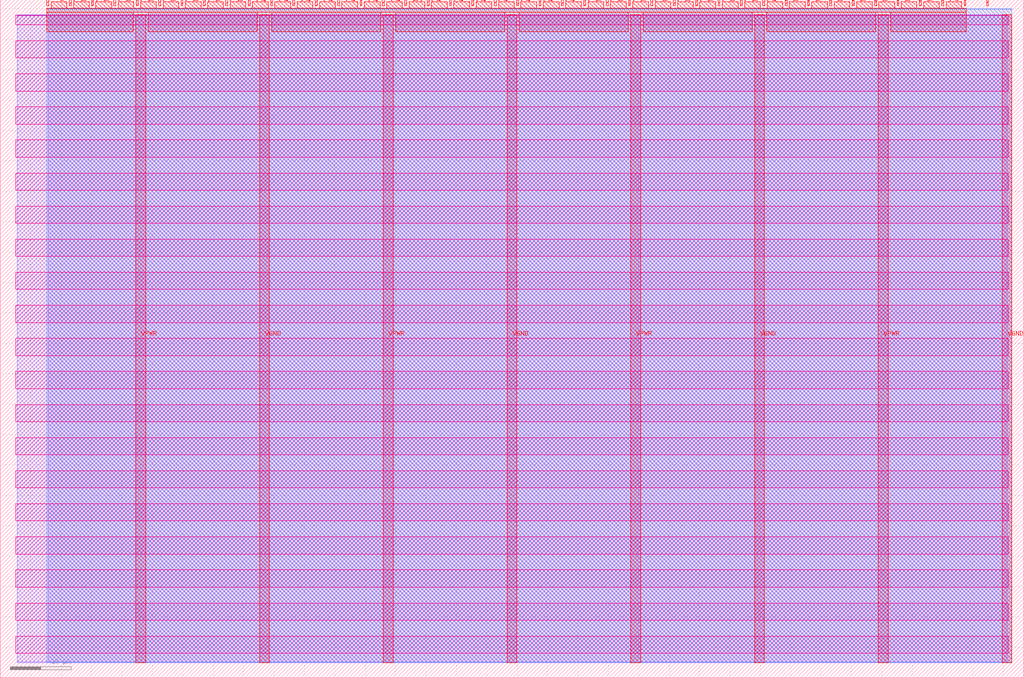
<source format=lef>
VERSION 5.7 ;
  NOWIREEXTENSIONATPIN ON ;
  DIVIDERCHAR "/" ;
  BUSBITCHARS "[]" ;
MACRO tt_um_wokwi_369864099838656513
  CLASS BLOCK ;
  FOREIGN tt_um_wokwi_369864099838656513 ;
  ORIGIN 0.000 0.000 ;
  SIZE 168.360 BY 111.520 ;
  PIN VGND
    DIRECTION INOUT ;
    USE GROUND ;
    PORT
      LAYER met4 ;
        RECT 42.670 2.480 44.270 109.040 ;
    END
    PORT
      LAYER met4 ;
        RECT 83.380 2.480 84.980 109.040 ;
    END
    PORT
      LAYER met4 ;
        RECT 124.090 2.480 125.690 109.040 ;
    END
    PORT
      LAYER met4 ;
        RECT 164.800 2.480 166.400 109.040 ;
    END
  END VGND
  PIN VPWR
    DIRECTION INOUT ;
    USE POWER ;
    PORT
      LAYER met4 ;
        RECT 22.315 2.480 23.915 109.040 ;
    END
    PORT
      LAYER met4 ;
        RECT 63.025 2.480 64.625 109.040 ;
    END
    PORT
      LAYER met4 ;
        RECT 103.735 2.480 105.335 109.040 ;
    END
    PORT
      LAYER met4 ;
        RECT 144.445 2.480 146.045 109.040 ;
    END
  END VPWR
  PIN clk
    DIRECTION INPUT ;
    USE SIGNAL ;
    ANTENNAGATEAREA 0.852000 ;
    PORT
      LAYER met4 ;
        RECT 158.550 110.520 158.850 111.520 ;
    END
  END clk
  PIN ena
    DIRECTION INPUT ;
    USE SIGNAL ;
    PORT
      LAYER met4 ;
        RECT 162.230 110.520 162.530 111.520 ;
    END
  END ena
  PIN rst_n
    DIRECTION INPUT ;
    USE SIGNAL ;
    PORT
      LAYER met4 ;
        RECT 154.870 110.520 155.170 111.520 ;
    END
  END rst_n
  PIN ui_in[0]
    DIRECTION INPUT ;
    USE SIGNAL ;
    ANTENNAGATEAREA 0.196500 ;
    PORT
      LAYER met4 ;
        RECT 151.190 110.520 151.490 111.520 ;
    END
  END ui_in[0]
  PIN ui_in[1]
    DIRECTION INPUT ;
    USE SIGNAL ;
    ANTENNAGATEAREA 0.196500 ;
    PORT
      LAYER met4 ;
        RECT 147.510 110.520 147.810 111.520 ;
    END
  END ui_in[1]
  PIN ui_in[2]
    DIRECTION INPUT ;
    USE SIGNAL ;
    ANTENNAGATEAREA 0.196500 ;
    PORT
      LAYER met4 ;
        RECT 143.830 110.520 144.130 111.520 ;
    END
  END ui_in[2]
  PIN ui_in[3]
    DIRECTION INPUT ;
    USE SIGNAL ;
    ANTENNAGATEAREA 0.196500 ;
    PORT
      LAYER met4 ;
        RECT 140.150 110.520 140.450 111.520 ;
    END
  END ui_in[3]
  PIN ui_in[4]
    DIRECTION INPUT ;
    USE SIGNAL ;
    ANTENNAGATEAREA 0.213000 ;
    PORT
      LAYER met4 ;
        RECT 136.470 110.520 136.770 111.520 ;
    END
  END ui_in[4]
  PIN ui_in[5]
    DIRECTION INPUT ;
    USE SIGNAL ;
    ANTENNAGATEAREA 0.213000 ;
    PORT
      LAYER met4 ;
        RECT 132.790 110.520 133.090 111.520 ;
    END
  END ui_in[5]
  PIN ui_in[6]
    DIRECTION INPUT ;
    USE SIGNAL ;
    PORT
      LAYER met4 ;
        RECT 129.110 110.520 129.410 111.520 ;
    END
  END ui_in[6]
  PIN ui_in[7]
    DIRECTION INPUT ;
    USE SIGNAL ;
    ANTENNAGATEAREA 0.196500 ;
    PORT
      LAYER met4 ;
        RECT 125.430 110.520 125.730 111.520 ;
    END
  END ui_in[7]
  PIN uio_in[0]
    DIRECTION INPUT ;
    USE SIGNAL ;
    PORT
      LAYER met4 ;
        RECT 121.750 110.520 122.050 111.520 ;
    END
  END uio_in[0]
  PIN uio_in[1]
    DIRECTION INPUT ;
    USE SIGNAL ;
    PORT
      LAYER met4 ;
        RECT 118.070 110.520 118.370 111.520 ;
    END
  END uio_in[1]
  PIN uio_in[2]
    DIRECTION INPUT ;
    USE SIGNAL ;
    PORT
      LAYER met4 ;
        RECT 114.390 110.520 114.690 111.520 ;
    END
  END uio_in[2]
  PIN uio_in[3]
    DIRECTION INPUT ;
    USE SIGNAL ;
    PORT
      LAYER met4 ;
        RECT 110.710 110.520 111.010 111.520 ;
    END
  END uio_in[3]
  PIN uio_in[4]
    DIRECTION INPUT ;
    USE SIGNAL ;
    PORT
      LAYER met4 ;
        RECT 107.030 110.520 107.330 111.520 ;
    END
  END uio_in[4]
  PIN uio_in[5]
    DIRECTION INPUT ;
    USE SIGNAL ;
    PORT
      LAYER met4 ;
        RECT 103.350 110.520 103.650 111.520 ;
    END
  END uio_in[5]
  PIN uio_in[6]
    DIRECTION INPUT ;
    USE SIGNAL ;
    PORT
      LAYER met4 ;
        RECT 99.670 110.520 99.970 111.520 ;
    END
  END uio_in[6]
  PIN uio_in[7]
    DIRECTION INPUT ;
    USE SIGNAL ;
    PORT
      LAYER met4 ;
        RECT 95.990 110.520 96.290 111.520 ;
    END
  END uio_in[7]
  PIN uio_oe[0]
    DIRECTION OUTPUT TRISTATE ;
    USE SIGNAL ;
    PORT
      LAYER met4 ;
        RECT 33.430 110.520 33.730 111.520 ;
    END
  END uio_oe[0]
  PIN uio_oe[1]
    DIRECTION OUTPUT TRISTATE ;
    USE SIGNAL ;
    PORT
      LAYER met4 ;
        RECT 29.750 110.520 30.050 111.520 ;
    END
  END uio_oe[1]
  PIN uio_oe[2]
    DIRECTION OUTPUT TRISTATE ;
    USE SIGNAL ;
    PORT
      LAYER met4 ;
        RECT 26.070 110.520 26.370 111.520 ;
    END
  END uio_oe[2]
  PIN uio_oe[3]
    DIRECTION OUTPUT TRISTATE ;
    USE SIGNAL ;
    PORT
      LAYER met4 ;
        RECT 22.390 110.520 22.690 111.520 ;
    END
  END uio_oe[3]
  PIN uio_oe[4]
    DIRECTION OUTPUT TRISTATE ;
    USE SIGNAL ;
    PORT
      LAYER met4 ;
        RECT 18.710 110.520 19.010 111.520 ;
    END
  END uio_oe[4]
  PIN uio_oe[5]
    DIRECTION OUTPUT TRISTATE ;
    USE SIGNAL ;
    PORT
      LAYER met4 ;
        RECT 15.030 110.520 15.330 111.520 ;
    END
  END uio_oe[5]
  PIN uio_oe[6]
    DIRECTION OUTPUT TRISTATE ;
    USE SIGNAL ;
    PORT
      LAYER met4 ;
        RECT 11.350 110.520 11.650 111.520 ;
    END
  END uio_oe[6]
  PIN uio_oe[7]
    DIRECTION OUTPUT TRISTATE ;
    USE SIGNAL ;
    PORT
      LAYER met4 ;
        RECT 7.670 110.520 7.970 111.520 ;
    END
  END uio_oe[7]
  PIN uio_out[0]
    DIRECTION OUTPUT TRISTATE ;
    USE SIGNAL ;
    PORT
      LAYER met4 ;
        RECT 62.870 110.520 63.170 111.520 ;
    END
  END uio_out[0]
  PIN uio_out[1]
    DIRECTION OUTPUT TRISTATE ;
    USE SIGNAL ;
    PORT
      LAYER met4 ;
        RECT 59.190 110.520 59.490 111.520 ;
    END
  END uio_out[1]
  PIN uio_out[2]
    DIRECTION OUTPUT TRISTATE ;
    USE SIGNAL ;
    PORT
      LAYER met4 ;
        RECT 55.510 110.520 55.810 111.520 ;
    END
  END uio_out[2]
  PIN uio_out[3]
    DIRECTION OUTPUT TRISTATE ;
    USE SIGNAL ;
    PORT
      LAYER met4 ;
        RECT 51.830 110.520 52.130 111.520 ;
    END
  END uio_out[3]
  PIN uio_out[4]
    DIRECTION OUTPUT TRISTATE ;
    USE SIGNAL ;
    PORT
      LAYER met4 ;
        RECT 48.150 110.520 48.450 111.520 ;
    END
  END uio_out[4]
  PIN uio_out[5]
    DIRECTION OUTPUT TRISTATE ;
    USE SIGNAL ;
    PORT
      LAYER met4 ;
        RECT 44.470 110.520 44.770 111.520 ;
    END
  END uio_out[5]
  PIN uio_out[6]
    DIRECTION OUTPUT TRISTATE ;
    USE SIGNAL ;
    PORT
      LAYER met4 ;
        RECT 40.790 110.520 41.090 111.520 ;
    END
  END uio_out[6]
  PIN uio_out[7]
    DIRECTION OUTPUT TRISTATE ;
    USE SIGNAL ;
    PORT
      LAYER met4 ;
        RECT 37.110 110.520 37.410 111.520 ;
    END
  END uio_out[7]
  PIN uo_out[0]
    DIRECTION OUTPUT TRISTATE ;
    USE SIGNAL ;
    ANTENNADIFFAREA 0.445500 ;
    PORT
      LAYER met4 ;
        RECT 92.310 110.520 92.610 111.520 ;
    END
  END uo_out[0]
  PIN uo_out[1]
    DIRECTION OUTPUT TRISTATE ;
    USE SIGNAL ;
    ANTENNADIFFAREA 0.445500 ;
    PORT
      LAYER met4 ;
        RECT 88.630 110.520 88.930 111.520 ;
    END
  END uo_out[1]
  PIN uo_out[2]
    DIRECTION OUTPUT TRISTATE ;
    USE SIGNAL ;
    ANTENNADIFFAREA 0.445500 ;
    PORT
      LAYER met4 ;
        RECT 84.950 110.520 85.250 111.520 ;
    END
  END uo_out[2]
  PIN uo_out[3]
    DIRECTION OUTPUT TRISTATE ;
    USE SIGNAL ;
    ANTENNADIFFAREA 0.445500 ;
    PORT
      LAYER met4 ;
        RECT 81.270 110.520 81.570 111.520 ;
    END
  END uo_out[3]
  PIN uo_out[4]
    DIRECTION OUTPUT TRISTATE ;
    USE SIGNAL ;
    ANTENNADIFFAREA 0.445500 ;
    PORT
      LAYER met4 ;
        RECT 77.590 110.520 77.890 111.520 ;
    END
  END uo_out[4]
  PIN uo_out[5]
    DIRECTION OUTPUT TRISTATE ;
    USE SIGNAL ;
    ANTENNADIFFAREA 0.445500 ;
    PORT
      LAYER met4 ;
        RECT 73.910 110.520 74.210 111.520 ;
    END
  END uo_out[5]
  PIN uo_out[6]
    DIRECTION OUTPUT TRISTATE ;
    USE SIGNAL ;
    ANTENNADIFFAREA 0.445500 ;
    PORT
      LAYER met4 ;
        RECT 70.230 110.520 70.530 111.520 ;
    END
  END uo_out[6]
  PIN uo_out[7]
    DIRECTION OUTPUT TRISTATE ;
    USE SIGNAL ;
    ANTENNADIFFAREA 0.445500 ;
    PORT
      LAYER met4 ;
        RECT 66.550 110.520 66.850 111.520 ;
    END
  END uo_out[7]
  OBS
      LAYER nwell ;
        RECT 2.570 107.385 165.790 108.990 ;
        RECT 2.570 101.945 165.790 104.775 ;
        RECT 2.570 96.505 165.790 99.335 ;
        RECT 2.570 91.065 165.790 93.895 ;
        RECT 2.570 85.625 165.790 88.455 ;
        RECT 2.570 80.185 165.790 83.015 ;
        RECT 2.570 74.745 165.790 77.575 ;
        RECT 2.570 69.305 165.790 72.135 ;
        RECT 2.570 63.865 165.790 66.695 ;
        RECT 2.570 58.425 165.790 61.255 ;
        RECT 2.570 52.985 165.790 55.815 ;
        RECT 2.570 47.545 165.790 50.375 ;
        RECT 2.570 42.105 165.790 44.935 ;
        RECT 2.570 36.665 165.790 39.495 ;
        RECT 2.570 31.225 165.790 34.055 ;
        RECT 2.570 25.785 165.790 28.615 ;
        RECT 2.570 20.345 165.790 23.175 ;
        RECT 2.570 14.905 165.790 17.735 ;
        RECT 2.570 9.465 165.790 12.295 ;
        RECT 2.570 4.025 165.790 6.855 ;
      LAYER li1 ;
        RECT 2.760 2.635 165.600 108.885 ;
      LAYER met1 ;
        RECT 2.760 2.480 166.400 109.040 ;
      LAYER met2 ;
        RECT 7.910 2.535 166.370 110.005 ;
      LAYER met3 ;
        RECT 7.630 2.555 166.390 109.985 ;
      LAYER met4 ;
        RECT 8.370 110.120 10.950 111.170 ;
        RECT 12.050 110.120 14.630 111.170 ;
        RECT 15.730 110.120 18.310 111.170 ;
        RECT 19.410 110.120 21.990 111.170 ;
        RECT 23.090 110.120 25.670 111.170 ;
        RECT 26.770 110.120 29.350 111.170 ;
        RECT 30.450 110.120 33.030 111.170 ;
        RECT 34.130 110.120 36.710 111.170 ;
        RECT 37.810 110.120 40.390 111.170 ;
        RECT 41.490 110.120 44.070 111.170 ;
        RECT 45.170 110.120 47.750 111.170 ;
        RECT 48.850 110.120 51.430 111.170 ;
        RECT 52.530 110.120 55.110 111.170 ;
        RECT 56.210 110.120 58.790 111.170 ;
        RECT 59.890 110.120 62.470 111.170 ;
        RECT 63.570 110.120 66.150 111.170 ;
        RECT 67.250 110.120 69.830 111.170 ;
        RECT 70.930 110.120 73.510 111.170 ;
        RECT 74.610 110.120 77.190 111.170 ;
        RECT 78.290 110.120 80.870 111.170 ;
        RECT 81.970 110.120 84.550 111.170 ;
        RECT 85.650 110.120 88.230 111.170 ;
        RECT 89.330 110.120 91.910 111.170 ;
        RECT 93.010 110.120 95.590 111.170 ;
        RECT 96.690 110.120 99.270 111.170 ;
        RECT 100.370 110.120 102.950 111.170 ;
        RECT 104.050 110.120 106.630 111.170 ;
        RECT 107.730 110.120 110.310 111.170 ;
        RECT 111.410 110.120 113.990 111.170 ;
        RECT 115.090 110.120 117.670 111.170 ;
        RECT 118.770 110.120 121.350 111.170 ;
        RECT 122.450 110.120 125.030 111.170 ;
        RECT 126.130 110.120 128.710 111.170 ;
        RECT 129.810 110.120 132.390 111.170 ;
        RECT 133.490 110.120 136.070 111.170 ;
        RECT 137.170 110.120 139.750 111.170 ;
        RECT 140.850 110.120 143.430 111.170 ;
        RECT 144.530 110.120 147.110 111.170 ;
        RECT 148.210 110.120 150.790 111.170 ;
        RECT 151.890 110.120 154.470 111.170 ;
        RECT 155.570 110.120 158.150 111.170 ;
        RECT 7.655 109.440 158.865 110.120 ;
        RECT 7.655 106.255 21.915 109.440 ;
        RECT 24.315 106.255 42.270 109.440 ;
        RECT 44.670 106.255 62.625 109.440 ;
        RECT 65.025 106.255 82.980 109.440 ;
        RECT 85.380 106.255 103.335 109.440 ;
        RECT 105.735 106.255 123.690 109.440 ;
        RECT 126.090 106.255 144.045 109.440 ;
        RECT 146.445 106.255 158.865 109.440 ;
  END
END tt_um_wokwi_369864099838656513
END LIBRARY


</source>
